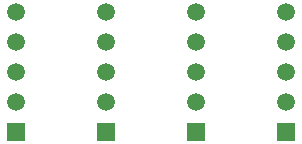
<source format=gbl>
%FSLAX24Y24*%
%MOIN*%
G70*
G01*
G75*
G04 Layer_Physical_Order=2*
G04 Layer_Color=16711680*
%ADD10R,0.0089X0.0222*%
%ADD11R,0.0222X0.0089*%
%ADD12R,0.0098X0.0228*%
%ADD13R,0.0228X0.0098*%
%ADD14C,0.0060*%
%ADD15C,0.0100*%
%ADD16C,0.0080*%
%ADD17C,0.0591*%
%ADD18R,0.0591X0.0591*%
D17*
X44000Y30000D02*
D03*
Y29000D02*
D03*
Y28000D02*
D03*
Y27000D02*
D03*
X41000Y30000D02*
D03*
Y29000D02*
D03*
Y28000D02*
D03*
Y27000D02*
D03*
X38000Y30000D02*
D03*
Y29000D02*
D03*
Y28000D02*
D03*
Y27000D02*
D03*
X35000Y30000D02*
D03*
Y29000D02*
D03*
Y28000D02*
D03*
Y27000D02*
D03*
D18*
X44000Y26000D02*
D03*
X41000D02*
D03*
X38000D02*
D03*
X35000D02*
D03*
M02*

</source>
